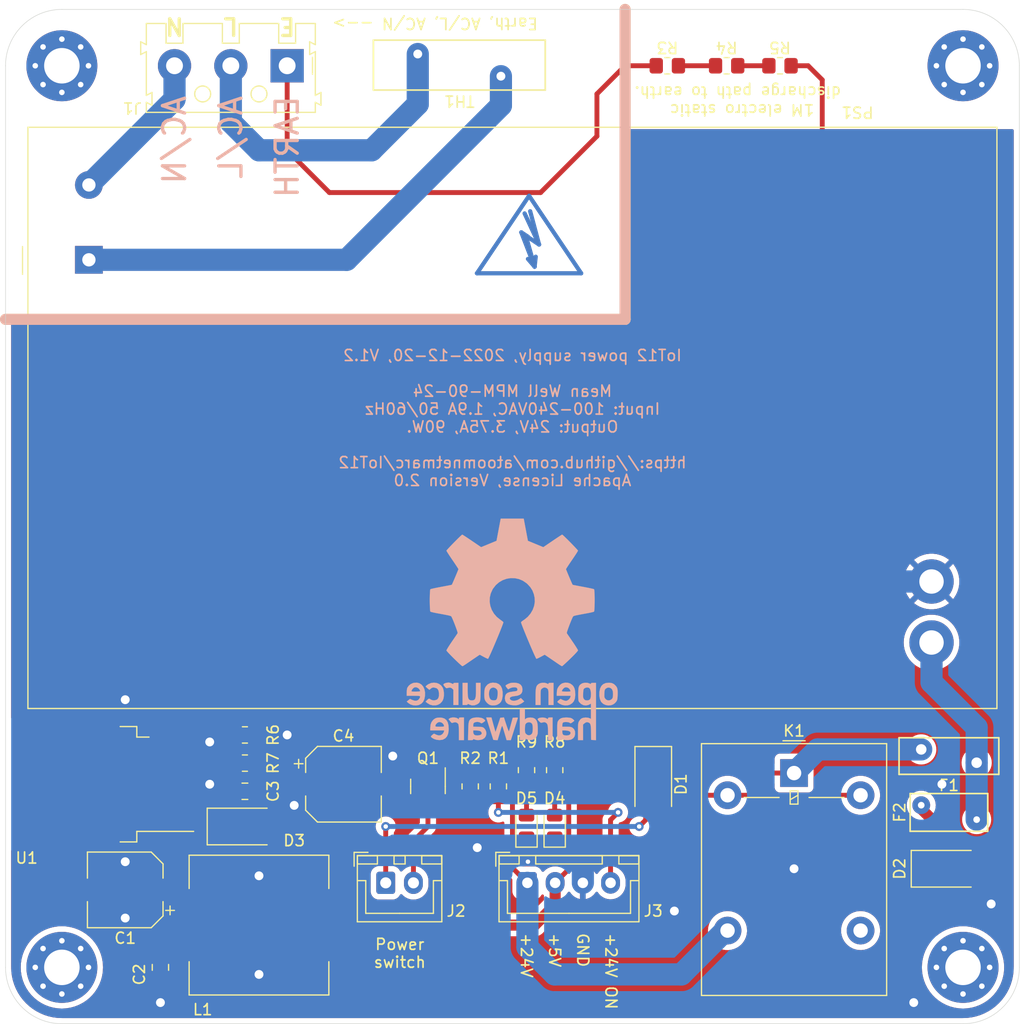
<source format=kicad_pcb>
(kicad_pcb (version 20211014) (generator pcbnew)
  (title_block (title "IoT Power Supply") (date "2022-12-20") (rev "V1.2") (company "https://github.com/atoomnetmarc/IoT12"))
  (layers (0 "F.Cu" signal) (31 "B.Cu" signal) (34 "B.Paste" user) (35 "F.Paste" user) (36 "B.SilkS" user "B.Silkscreen") (37 "F.SilkS" user "F.Silkscreen") (38 "B.Mask" user) (39 "F.Mask" user) (44 "Edge.Cuts" user))
  (net 0 "")
  (net 1 "Earth")
  (net 2 "/N")
  (net 3 "/L")
  (net 4 "GND")
  (net 5 "Net-(C1-Pad1)")
  (net 10 "Net-(PS1-Pad1)")
  (net 11 "Net-(D5-Pad2)")
  (net 12 "+5V")
  (net 13 "Net-(D1-Pad1)")
  (net 14 "/SW_A")
  (net 15 "/SW_B")
  (net 16 "+24V")
  (net 18 "Net-(Q1-Pad1)")
  (net 19 "24V_SWITCHED")
  (net 20 "Net-(D2-Pad2)")
  (net 21 "Net-(D3-Pad1)")
  (net 22 "Net-(D4-Pad2)")
  (net 23 "Net-(R3-Pad2)")
  (net 24 "Net-(R4-Pad2)")
  (net 25 "Net-(R6-Pad2)")
  (net 26 "24V_ON")
  (footprint "TerminalBlock-extra:TerminalBlock_Weidmueller-PM-5.08-03-90-3.5SN-BK-BX" (layer "F.Cu") (at 132.08 58.42 180)
    (fp_text reference "J1" (at 13.97 -3.81 180 unlocked) (layer "F.SilkS"))
    (fp_text value "Screw_Terminal_01x03")
    (pad "1" thru_hole rect locked (at 0 0 180) (size 3 3) (drill 1.52) (layers *.Cu *.Mask) (net 1 "Earth"))
    (pad "2" thru_hole circle locked (at 5.08 0 180) (size 3 3) (drill 1.52) (layers *.Cu *.Mask) (net 3 "/L"))
    (pad "3" thru_hole circle locked (at 10.16 0 180) (size 3 3) (drill 1.52) (layers *.Cu *.Mask) (net 2 "/N"))
  )
  (footprint "Connector_JST:JST_XH_B4B-XH-A_1x04_P2.50mm_Vertical" (layer "F.Cu") (at 153.75 132.08)
    (fp_text reference "J3" (at 11.35 2.54) (layer "F.SilkS"))
    (fp_text value "JST B4B-XH-A")
    (pad "1" thru_hole roundrect (at 0 0) (size 1.7 1.95) (drill 0.95) (layers *.Cu *.Mask) (roundrect_rratio 0.1470588235) (net 19 "24V_SWITCHED"))
    (pad "2" thru_hole oval (at 2.5 0) (size 1.7 1.95) (drill 0.95) (layers *.Cu *.Mask) (net 12 "+5V"))
    (pad "3" thru_hole oval (at 5 0) (size 1.7 1.95) (drill 0.95) (layers *.Cu *.Mask) (net 4 "GND"))
    (pad "4" thru_hole oval (at 7.5 0) (size 1.7 1.95) (drill 0.95) (layers *.Cu *.Mask) (net 26 "24V_ON"))
  )
  (footprint "MountingHole:MountingHole_3.2mm_M3_Pad_Via" (layer "F.Cu") (at 193.04 58.42)
    (fp_text reference "H1" hide)
    (fp_text value "MountingHole")
    (pad "1" thru_hole circle locked (at -1.697056 -1.697056) (size 0.8 0.8) (drill 0.5) (layers *.Cu *.Mask))
    (pad "1" thru_hole circle locked (at 1.697056 1.697056) (size 0.8 0.8) (drill 0.5) (layers *.Cu *.Mask))
    (pad "1" thru_hole circle locked (at 0 2.4) (size 0.8 0.8) (drill 0.5) (layers *.Cu *.Mask))
    (pad "1" thru_hole circle locked (at 1.697056 -1.697056) (size 0.8 0.8) (drill 0.5) (layers *.Cu *.Mask))
    (pad "1" thru_hole circle locked (at 0 0) (size 6.4 6.4) (drill 3.2) (layers *.Cu *.Mask))
    (pad "1" thru_hole circle locked (at -2.4 0) (size 0.8 0.8) (drill 0.5) (layers *.Cu *.Mask))
    (pad "1" thru_hole circle locked (at 0 -2.4) (size 0.8 0.8) (drill 0.5) (layers *.Cu *.Mask))
    (pad "1" thru_hole circle locked (at -1.697056 1.697056) (size 0.8 0.8) (drill 0.5) (layers *.Cu *.Mask))
    (pad "1" thru_hole circle locked (at 2.4 0) (size 0.8 0.8) (drill 0.5) (layers *.Cu *.Mask))
  )
  (footprint "MountingHole:MountingHole_3.2mm_M3_Pad_Via" (layer "F.Cu") (at 193.04 139.7)
    (fp_text reference "H2" hide)
    (fp_text value "MountingHole")
    (pad "1" thru_hole circle locked (at 2.4 0) (size 0.8 0.8) (drill 0.5) (layers *.Cu *.Mask))
    (pad "1" thru_hole circle locked (at 0 2.4) (size 0.8 0.8) (drill 0.5) (layers *.Cu *.Mask))
    (pad "1" thru_hole circle locked (at 1.697056 1.697056) (size 0.8 0.8) (drill 0.5) (layers *.Cu *.Mask))
    (pad "1" thru_hole circle locked (at 0 0) (size 6.4 6.4) (drill 3.2) (layers *.Cu *.Mask))
    (pad "1" thru_hole circle locked (at -2.4 0) (size 0.8 0.8) (drill 0.5) (layers *.Cu *.Mask))
    (pad "1" thru_hole circle locked (at -1.697056 -1.697056) (size 0.8 0.8) (drill 0.5) (layers *.Cu *.Mask))
    (pad "1" thru_hole circle locked (at 0 -2.4) (size 0.8 0.8) (drill 0.5) (layers *.Cu *.Mask))
    (pad "1" thru_hole circle locked (at 1.697056 -1.697056) (size 0.8 0.8) (drill 0.5) (layers *.Cu *.Mask))
    (pad "1" thru_hole circle locked (at -1.697056 1.697056) (size 0.8 0.8) (drill 0.5) (layers *.Cu *.Mask))
  )
  (footprint "MountingHole:MountingHole_3.2mm_M3_Pad_Via" (layer "F.Cu") (at 111.76 58.42)
    (fp_text reference "H3" hide)
    (fp_text value "MountingHole")
    (pad "1" thru_hole circle locked (at 0 2.4) (size 0.8 0.8) (drill 0.5) (layers *.Cu *.Mask))
    (pad "1" thru_hole circle locked (at 0 -2.4) (size 0.8 0.8) (drill 0.5) (layers *.Cu *.Mask))
    (pad "1" thru_hole circle locked (at 1.697056 -1.697056) (size 0.8 0.8) (drill 0.5) (layers *.Cu *.Mask))
    (pad "1" thru_hole circle locked (at -1.697056 1.697056) (size 0.8 0.8) (drill 0.5) (layers *.Cu *.Mask))
    (pad "1" thru_hole circle locked (at 1.697056 1.697056) (size 0.8 0.8) (drill 0.5) (layers *.Cu *.Mask))
    (pad "1" thru_hole circle locked (at -1.697056 -1.697056) (size 0.8 0.8) (drill 0.5) (layers *.Cu *.Mask))
    (pad "1" thru_hole circle locked (at -2.4 0) (size 0.8 0.8) (drill 0.5) (layers *.Cu *.Mask))
    (pad "1" thru_hole circle locked (at 2.4 0) (size 0.8 0.8) (drill 0.5) (layers *.Cu *.Mask))
    (pad "1" thru_hole circle locked (at 0 0) (size 6.4 6.4) (drill 3.2) (layers *.Cu *.Mask))
  )
  (footprint "MountingHole:MountingHole_3.2mm_M3_Pad_Via" (layer "F.Cu") (at 111.76 139.7)
    (fp_text reference "H4" hide)
    (fp_text value "MountingHole")
    (pad "1" thru_hole circle locked (at 0 -2.4) (size 0.8 0.8) (drill 0.5) (layers *.Cu *.Mask))
    (pad "1" thru_hole circle locked (at 1.697056 -1.697056) (size 0.8 0.8) (drill 0.5) (layers *.Cu *.Mask))
    (pad "1" thru_hole circle locked (at 1.697056 1.697056) (size 0.8 0.8) (drill 0.5) (layers *.Cu *.Mask))
    (pad "1" thru_hole circle locked (at -2.4 0) (size 0.8 0.8) (drill 0.5) (layers *.Cu *.Mask))
    (pad "1" thru_hole circle locked (at 0 0) (size 6.4 6.4) (drill 3.2) (layers *.Cu *.Mask))
    (pad "1" thru_hole circle locked (at -1.697056 -1.697056) (size 0.8 0.8) (drill 0.5) (layers *.Cu *.Mask))
    (pad "1" thru_hole circle locked (at -1.697056 1.697056) (size 0.8 0.8) (drill 0.5) (layers *.Cu *.Mask))
    (pad "1" thru_hole circle locked (at 0 2.4) (size 0.8 0.8) (drill 0.5) (layers *.Cu *.Mask))
    (pad "1" thru_hole circle locked (at 2.4 0) (size 0.8 0.8) (drill 0.5) (layers *.Cu *.Mask))
  )
  (footprint "Converter-ACDC-extra:Converter_ACDC_MeanWell_MPM-90-xx_THT" (layer "F.Cu") (at 152.4 90.17)
    (fp_text reference "PS1" (at 31.115 -27.559 180 unlocked) (layer "F.SilkS"))
    (fp_text value "MPM-90-24")
    (pad "1" thru_hole rect locked (at -38.2016 -14.2558) (size 2.5 2.5) (drill 1.2) (layers *.Cu *.Mask) (net 10 "Net-(PS1-Pad1)"))
    (pad "2" thru_hole circle locked (at -38.2016 -21.0058) (size 2.5 2.5) (drill 1.2) (layers *.Cu *.Mask) (net 2 "/N"))
    (pad "3" thru_hole circle locked (at 37.7984 20.2442) (size 4 4) (drill 2.2) (layers *.Cu *.Mask) (net 16 "+24V"))
    (pad "4" thru_hole circle locked (at 37.7984 14.7442) (size 4 4) (drill 2.2) (layers *.Cu *.Mask) (net 4 "GND"))
  )
  (footprint "Relay_THT-fixed:Relay_SPDT_Omron-G5LE-1" (layer "F.Cu") (at 177.8 122.1825)
    (fp_text reference "K1" (at 0 -3.8) (layer "F.SilkS"))
    (fp_text value "Omron G5LE-1 24VDC")
    (pad "1" thru_hole rect (at 0 0) (size 2.5 2.5) (drill 1.3) (layers *.Cu *.Mask) (net 13 "Net-(D1-Pad1)"))
    (pad "2" thru_hole oval (at -6 2) (size 2.5 2.5) (drill 1.3) (layers *.Cu *.Mask) (net 13 "Net-(D1-Pad1)"))
    (pad "3" thru_hole oval (at -6 14.2) (size 2.5 2.5) (drill 1.3) (layers *.Cu *.Mask) (net 19 "24V_SWITCHED"))
    (pad "4" thru_hole oval (at 6 14.2) (size 2.5 2.5) (drill 1.3) (layers *.Cu *.Mask))
    (pad "5" thru_hole oval (at 6 2) (size 2.5 2.5) (drill 1.3) (layers *.Cu *.Mask) (net 14 "/SW_A"))
  )
  (footprint "Resistor_SMD:R_0805_2012Metric_Pad1.20x1.40mm_HandSolder" (layer "F.Cu") (at 166.37 58.42)
    (fp_text reference "R3" (at 0 -1.65 180 unlocked) (layer "F.SilkS"))
    (fp_text value "330k")
    (pad "1" smd roundrect (at -1 0) (size 1.2 1.4) (layers "F.Cu" "F.Paste" "F.Mask") (roundrect_rratio 0.2083333333) (net 1 "Earth"))
    (pad "2" smd roundrect (at 1 0) (size 1.2 1.4) (layers "F.Cu" "F.Paste" "F.Mask") (roundrect_rratio 0.2083333333) (net 23 "Net-(R3-Pad2)"))
  )
  (footprint "Diode_SMD:D_SMA" (layer "F.Cu") (at 191.77 130.81)
    (fp_text reference "D2" (at -4.445 0 90) (layer "F.SilkS"))
    (fp_text value "SS34")
    (pad "1" smd rect (at -2 0) (size 2.5 1.8) (layers "F.Cu" "F.Paste" "F.Mask") (net 5 "Net-(C1-Pad1)"))
    (pad "2" smd rect (at 2 0) (size 2.5 1.8) (layers "F.Cu" "F.Paste" "F.Mask") (net 20 "Net-(D2-Pad2)"))
  )
  (footprint "Resistor_SMD:R_0805_2012Metric_Pad1.20x1.40mm_HandSolder" (layer "F.Cu") (at 171.72 58.42)
    (fp_text reference "R4" (at 0 -1.65 180 unlocked) (layer "F.SilkS"))
    (fp_text value "330k")
    (pad "1" smd roundrect (at -1 0) (size 1.2 1.4) (layers "F.Cu" "F.Paste" "F.Mask") (roundrect_rratio 0.2083333333) (net 23 "Net-(R3-Pad2)"))
    (pad "2" smd roundrect (at 1 0) (size 1.2 1.4) (layers "F.Cu" "F.Paste" "F.Mask") (roundrect_rratio 0.2083333333) (net 24 "Net-(R4-Pad2)"))
  )
  (footprint "Resistor_SMD:R_0805_2012Metric_Pad1.20x1.40mm_HandSolder" (layer "F.Cu") (at 128.27 118.745 180)
    (fp_text reference "R6" (at -2.54 0 90) (layer "F.SilkS"))
    (fp_text value "1k")
    (pad "1" smd roundrect (at -1 0 180) (size 1.2 1.4) (layers "F.Cu" "F.Paste" "F.Mask") (roundrect_rratio 0.2083333333) (net 4 "GND"))
    (pad "2" smd roundrect (at 1 0 180) (size 1.2 1.4) (layers "F.Cu" "F.Paste" "F.Mask") (roundrect_rratio 0.2083333333) (net 25 "Net-(R6-Pad2)"))
  )
  (footprint "Capacitor_SMD:C_0805_2012Metric_Pad1.18x1.45mm_HandSolder" (layer "F.Cu") (at 128.27 123.825 180)
    (fp_text reference "C3" (at -2.54 0 90) (layer "F.SilkS"))
    (fp_text value "100nF")
    (pad "1" smd roundrect (at -1.0375 0 180) (size 1.175 1.45) (layers "F.Cu" "F.Paste" "F.Mask") (roundrect_rratio 0.2127659574) (net 12 "+5V"))
    (pad "2" smd roundrect (at 1.0375 0 180) (size 1.175 1.45) (layers "F.Cu" "F.Paste" "F.Mask") (roundrect_rratio 0.2127659574) (net 4 "GND"))
  )
  (footprint "Diode_SMD:D_SMA" (layer "F.Cu") (at 128.27 127)
    (fp_text reference "D3" (at 4.445 1.27) (layer "F.SilkS"))
    (fp_text value "SS34")
    (pad "1" smd rect (at -2 0) (size 2.5 1.8) (layers "F.Cu" "F.Paste" "F.Mask") (net 21 "Net-(D3-Pad1)"))
    (pad "2" smd rect (at 2 0) (size 2.5 1.8) (layers "F.Cu" "F.Paste" "F.Mask") (net 4 "GND"))
  )
  (footprint "Resistor_SMD:R_0805_2012Metric_Pad1.20x1.40mm_HandSolder" (layer "F.Cu") (at 128.27 121.285 180)
    (fp_text reference "R7" (at -2.54 0 90) (layer "F.SilkS"))
    (fp_text value "3k3")
    (pad "1" smd roundrect (at -1 0 180) (size 1.2 1.4) (layers "F.Cu" "F.Paste" "F.Mask") (roundrect_rratio 0.2083333333) (net 12 "+5V"))
    (pad "2" smd roundrect (at 1 0 180) (size 1.2 1.4) (layers "F.Cu" "F.Paste" "F.Mask") (roundrect_rratio 0.2083333333) (net 25 "Net-(R6-Pad2)"))
  )
  (footprint "Capacitor_SMD:CP_Elec_6.3x7.7" (layer "F.Cu") (at 137.16 123.19)
    (fp_text reference "C4" (at 0 -4.35) (layer "F.SilkS"))
    (fp_text value "100uF/35V")
    (pad "1" smd roundrect (at -2.7 0) (size 3.5 1.6) (layers "F.Cu" "F.Paste" "F.Mask") (roundrect_rratio 0.15625) (net 12 "+5V"))
    (pad "2" smd roundrect (at 2.7 0) (size 3.5 1.6) (layers "F.Cu" "F.Paste" "F.Mask") (roundrect_rratio 0.15625) (net 4 "GND"))
  )
  (footprint "Diode_SMD:D_SMA" (layer "F.Cu") (at 165.1 123.19 -90)
    (fp_text reference "D1" (at 0 -2.5 90) (layer "F.SilkS"))
    (fp_text value "SS14")
    (pad "1" smd rect (at -2 0 270) (size 2.5 1.8) (layers "F.Cu" "F.Paste" "F.Mask") (net 13 "Net-(D1-Pad1)"))
    (pad "2" smd rect (at 2 0 270) (size 2.5 1.8) (layers "F.Cu" "F.Paste" "F.Mask") (net 14 "/SW_A"))
  )
  (footprint "Inductor-fixed:L_12x12mm_H8mm" (layer "F.Cu") (at 129.54 135.89)
    (fp_text reference "L1" (at -5.08 7.62) (layer "F.SilkS"))
    (fp_text value "68uH")
    (pad "1" smd rect locked (at -4.95 0) (size 2.9 5.4) (layers "F.Cu" "F.Paste" "F.Mask") (net 21 "Net-(D3-Pad1)"))
    (pad "2" smd rect locked (at 4.95 0) (size 2.9 5.4) (layers "F.Cu" "F.Paste" "F.Mask") (net 12 "+5V"))
  )
  (footprint "Connector_JST:JST_XH_B2B-XH-A_1x02_P2.50mm_Vertical" (layer "F.Cu") (at 140.97 132.08)
    (fp_text reference "J2" (at 6.35 2.54) (layer "F.SilkS"))
    (fp_text value "JST B2B-XH-A")
    (pad "1" thru_hole roundrect (at 0 0) (size 1.7 2) (drill 1) (layers *.Cu *.Mask) (roundrect_rratio 0.1470588235) (net 14 "/SW_A"))
    (pad "2" thru_hole oval (at 2.5 0) (size 1.7 2) (drill 1) (layers *.Cu *.Mask) (net 15 "/SW_B"))
  )
  (footprint "Resistor_SMD:R_0805_2012Metric_Pad1.20x1.40mm_HandSolder" (layer "F.Cu") (at 148.59 123.385 -90)
    (fp_text reference "R2" (at -2.54 0 180) (layer "F.SilkS"))
    (fp_text value "1k")
    (pad "1" smd roundrect (at -1 0 270) (size 1.2 1.4) (layers "F.Cu" "F.Paste" "F.Mask") (roundrect_rratio 0.2083333333) (net 18 "Net-(Q1-Pad1)"))
    (pad "2" smd roundrect (at 1 0 270) (size 1.2 1.4) (layers "F.Cu" "F.Paste" "F.Mask") (roundrect_rratio 0.2083333333) (net 26 "24V_ON"))
  )
  (footprint "Package_TO_SOT_SMD:TO-263-5_TabPin3" (layer "F.Cu") (at 115.57 123.19 180)
    (fp_text reference "U1" (at 6.985 -6.65) (layer "F.SilkS"))
    (fp_text value "LM2596S-ADJ")
    (pad "1" smd rect (at -5.775 -3.4 180) (size 4.6 1.1) (layers "F.Cu" "F.Paste" "F.Mask") (net 5 "Net-(C1-Pad1)"))
    (pad "2" smd rect (at -5.775 -1.7 180) (size 4.6 1.1) (layers "F.Cu" "F.Paste" "F.Mask") (net 21 "Net-(D3-Pad1)"))
    (pad "3" smd rect (at -5.775 0 180) (size 4.6 1.1) (layers "F.Cu" "F.Paste" "F.Mask") (net 4 "GND"))
    (pad "3" smd rect (at 3.375 0 180) (size 9.4 10.8) (layers "F.Cu" "F.Mask") (net 4 "GND"))
    (pad "4" smd rect (at -5.775 1.7 180) (size 4.6 1.1) (layers "F.Cu" "F.Paste" "F.Mask") (net 25 "Net-(R6-Pad2)"))
    (pad "5" smd rect (at -5.775 3.4 180) (size 4.6 1.1) (layers "F.Cu" "F.Paste" "F.Mask") (net 4 "GND"))
  )
  (footprint "LED_SMD:LED_0805_2012Metric_Pad1.15x1.40mm_HandSolder" (layer "F.Cu") (at 156.21 127 90)
    (fp_text reference "D4" (at 2.54 0 180) (layer "F.SilkS"))
    (fp_text value "Blue")
    (pad "1" smd roundrect (at -1.025 0 90) (size 1.15 1.4) (layers "F.Cu" "F.Paste" "F.Mask") (roundrect_rratio 0.2173913043) (net 4 "GND"))
    (pad "2" smd roundrect (at 1.025 0 90) (size 1.15 1.4) (layers "F.Cu" "F.Paste" "F.Mask") (roundrect_rratio 0.2173913043) (net 22 "Net-(D4-Pad2)"))
  )
  (footprint "Resistor_SMD:R_0805_2012Metric_Pad1.20x1.40mm_HandSolder" (layer "F.Cu") (at 176.53 58.42)
    (fp_text reference "R5" (at 0 -1.65 180 unlocked) (layer "F.SilkS"))
    (fp_text value "330k")
    (pad "1" smd roundrect (at -1 0) (size 1.2 1.4) (layers "F.Cu" "F.Paste" "F.Mask") (roundrect_rratio 0.2083333333) (net 24 "Net-(R4-Pad2)"))
    (pad "2" smd roundrect (at 1 0) (size 1.2 1.4) (layers "F.Cu" "F.Paste" "F.Mask") (roundrect_rratio 0.2083333333) (net 4 "GND"))
  )
  (footprint "Varistor:RV_Disc_D15.5mm_W4.5mm_P7.5mm" (layer "F.Cu") (at 143.86 57.36)
    (fp_text reference "TH1" (at 3.75 4.25 180 unlocked) (layer "F.SilkS"))
    (fp_text value "10D-15")
    (pad "1" thru_hole circle (at 0 0) (size 1.8 1.8) (drill 0.8) (layers *.Cu *.Mask) (net 3 "/L"))
    (pad "2" thru_hole circle (at 7.5 2) (size 1.8 1.8) (drill 0.8) (layers *.Cu *.Mask) (net 10 "Net-(PS1-Pad1)"))
  )
  (footprint "LED_SMD:LED_0805_2012Metric_Pad1.15x1.40mm_HandSolder" (layer "F.Cu") (at 153.67 127 90)
    (fp_text reference "D5" (at 2.54 0 180) (layer "F.SilkS"))
    (fp_text value "Blue")
    (pad "1" smd roundrect (at -1.025 0 90) (size 1.15 1.4) (layers "F.Cu" "F.Paste" "F.Mask") (roundrect_rratio 0.2173913043) (net 4 "GND"))
    (pad "2" smd roundrect (at 1.025 0 90) (size 1.15 1.4) (layers "F.Cu" "F.Paste" "F.Mask") (roundrect_rratio 0.2173913043) (net 11 "Net-(D5-Pad2)"))
  )
  (footprint "Varistor-extra:RV_Disc_D9mm_W3.3mm_P5mm" (layer "F.Cu") (at 189.27 120.05)
    (fp_text reference "F1" (at 2.5 3.25) (layer "F.SilkS"))
    (fp_text value "PTC 1.5A/30V")
    (pad "1" thru_hole circle (at 0 0) (size 1.7 1.7) (drill 0.95) (layers *.Cu *.Mask) (net 13 "Net-(D1-Pad1)"))
    (pad "2" thru_hole circle (at 5 1.2) (size 1.7 1.7) (drill 0.95) (layers *.Cu *.Mask) (net 16 "+24V"))
  )
  (footprint "Varistor:RV_Disc_D7mm_W3.4mm_P5mm" (layer "F.Cu") (at 189.27 125.08)
    (fp_text reference "F2" (at -1.945 0.65 90) (layer "F.SilkS"))
    (fp_text value "PTC 0.5A/30V")
    (pad "1" thru_hole circle (at 0 0) (size 1.6 1.6) (drill 0.6) (layers *.Cu *.Mask) (net 20 "Net-(D2-Pad2)"))
    (pad "2" thru_hole circle (at 5 1.3) (size 1.6 1.6) (drill 0.6) (layers *.Cu *.Mask) (net 16 "+24V"))
  )
  (footprint "Resistor_SMD:R_0805_2012Metric_Pad1.20x1.40mm_HandSolder" (layer "F.Cu") (at 153.67 121.92 -90)
    (fp_text reference "R9" (at -2.54 0 180) (layer "F.SilkS"))
    (fp_text value "22k")
    (pad "1" smd roundrect (at -1 0 270) (size 1.2 1.4) (layers "F.Cu" "F.Paste" "F.Mask") (roundrect_rratio 0.2083333333) (net 19 "24V_SWITCHED"))
    (pad "2" smd roundrect (at 1 0 270) (size 1.2 1.4) (layers "F.Cu" "F.Paste" "F.Mask") (roundrect_rratio 0.2083333333) (net 11 "Net-(D5-Pad2)"))
  )
  (footprint "Resistor_SMD:R_0805_2012Metric_Pad1.20x1.40mm_HandSolder" (layer "F.Cu") (at 151.13 123.385 90)
    (fp_text reference "R1" (at 2.54 0 180) (layer "F.SilkS"))
    (fp_text value "330k")
    (pad "1" smd roundrect (at -1 0 90) (size 1.2 1.4) (layers "F.Cu" "F.Paste" "F.Mask") (roundrect_rratio 0.2083333333) (net 26 "24V_ON"))
    (pad "2" smd roundrect (at 1 0 90) (size 1.2 1.4) (layers "F.Cu" "F.Paste" "F.Mask") (roundrect_rratio 0.2083333333) (net 4 "GND"))
  )
  (footprint "Resistor_SMD:R_0805_2012Metric_Pad1.20x1.40mm_HandSolder" (layer "F.Cu") (at 156.21 121.92 -90)
    (fp_text reference "R8" (at -2.54 0 180) (layer "F.SilkS"))
    (fp_text value "2k2")
    (pad "1" smd roundrect (at -1 0 270) (size 1.2 1.4) (layers "F.Cu" "F.Paste" "F.Mask") (roundrect_rratio 0.2083333333) (net 12 "+5V"))
    (pad "2" smd roundrect (at 1 0 270) (size 1.2 1.4) (layers "F.Cu" "F.Paste" "F.Mask") (roundrect_rratio 0.2083333333) (net 22 "Net-(D4-Pad2)"))
  )
  (footprint "Capacitor_SMD:CP_Elec_6.3x7.7" (layer "F.Cu") (at 117.475 132.715 180)
    (fp_text reference "C1" (at 0 -4.35) (layer "F.SilkS"))
    (fp_text value "100uF/35V")
    (pad "1" smd roundrect (at -2.7 0 180) (size 3.5 1.6) (layers "F.Cu" "F.Paste" "F.Mask") (roundrect_rratio 0.15625) (net 5 "Net-(C1-Pad1)"))
    (pad "2" smd roundrect (at 2.7 0 180) (size 3.5 1.6) (layers "F.Cu" "F.Paste" "F.Mask") (roundrect_rratio 0.15625) (net 4 "GND"))
  )
  (footprint "Package_TO_SOT_SMD:SOT-23" (layer "F.Cu") (at 144.78 123.385 -90)
    (fp_text reference "Q1" (at -2.54 0 180) (layer "F.SilkS"))
    (fp_text value "MMBT2222")
    (pad "1" smd roundrect (at -0.9375 -0.95 270) (size 1.475 0.6) (layers "F.Cu" "F.Paste" "F.Mask") (net 18 "Net-(Q1-Pad1)"))
    (pad "2" smd roundrect (at -0.9375 0.95 270) (size 1.475 0.6) (layers "F.Cu" "F.Paste" "F.Mask") (net 4 "GND"))
    (pad "3" smd roundrect (at 0.9375 0 270) (size 1.475 0.6) (layers "F.Cu" "F.Paste" "F.Mask") (net 15 "/SW_B"))
  )
  (footprint "Capacitor_SMD:C_0805_2012Metric_Pad1.18x1.45mm_HandSolder" (layer "F.Cu") (at 120.65 139.7 -90)
    (fp_text reference "C2" (at 0.635 1.905 90) (layer "F.SilkS"))
    (fp_text value "100nF")
    (pad "1" smd roundrect (at -1.0375 0 270) (size 1.175 1.45) (layers "F.Cu" "F.Paste" "F.Mask") (roundrect_rratio 0.2127659574) (net 5 "Net-(C1-Pad1)"))
    (pad "2" smd roundrect (at 1.0375 0 270) (size 1.175 1.45) (layers "F.Cu" "F.Paste" "F.Mask") (roundrect_rratio 0.2127659574) (net 4 "GND"))
  )
  (footprint "Symbol:OSHW-Logo_19x20mm_SilkScreen" (layer "B.Cu") (at 152.4 109.22 180)
    (fp_text reference "REF**" hide)
    (fp_text value "OSHW-Logo_19x20mm_SilkScreen" hide)
  )
  (footprint "Symbol:Symbol_HighVoltage_Type2_CopperTop_VerySmall" (layer "B.Cu") (at 153.89987 74.3331 180)
    (fp_text reference "REF**" hide)
    (fp_text value "Symbol_HighVoltage_Type2_CopperTop_VerySmall")
    (fp_line (start 0 4.191) (end 4.699 -2.794) (layer "B.Cu") (width 0.381))
    (fp_line (start -0.49784 -2.19964) (end -0.59944 -1.30048) (layer "B.Cu") (width 0.381))
    (fp_line (start -0.89916 -0.20066) (end 0.29972 0.59944) (layer "B.Cu") (width 0.381))
    (fp_line (start 4.699 -2.794) (end -4.699 -2.794) (layer "B.Cu") (width 0.381))
    (fp_line (start -4.699 -2.794) (end 0 4.191) (layer "B.Cu") (width 0.381))
    (fp_line (start -0.09906 2.79908) (end -0.89916 -0.20066) (layer "B.Cu") (width 0.381))
    (fp_line (start -0.49784 -2.19964) (end 0.1016 -1.50114) (layer "B.Cu") (width 0.381))
    (fp_line (start 0.70104 0.89916) (end 0.1016 0.50038) (layer "B.Cu") (width 0.381))
    (fp_line (start -0.89916 -0.20066) (end 0.40132 2.60096) (layer "B.Cu") (width 0.381))
    (fp_line (start 0.29972 0.59944) (end -0.49784 -2.19964) (layer "B.Cu") (width 0.381))
    (fp_line (start -0.49784 -2.19964) (end 0.70104 0.89916) (layer "B.Cu") (width 0.381))
  )
  (gr_line (start 162.56 53.34) (end 162.56 81.28) (layer "B.SilkS") (width 1))
  (gr_line (start 106.68 81.28) (end 162.56 81.28) (layer "B.SilkS") (width 1))
  (gr_line (start 106.68 81.28) (end 162.56 81.28) (layer "F.SilkS") (width 1))
  (gr_line (start 162.56 81.28) (end 162.56 53.34) (layer "F.SilkS") (width 1))
  (gr_line (start 106.68 139.7) (end 106.68 58.42) (layer "Edge.Cuts") (width 0.05))
  (gr_arc (start 111.76 144.78) (mid 108.167898 143.292102) (end 106.68 139.7) (layer "Edge.Cuts") (width 0.05))
  (gr_arc (start 106.68 58.42) (mid 108.167898 54.827898) (end 111.76 53.34) (layer "Edge.Cuts") (width 0.05))
  (gr_arc (start 198.12 139.7) (mid 196.632102 143.292102) (end 193.04 144.78) (layer "Edge.Cuts") (width 0.05))
  (gr_line (start 198.12 58.42) (end 198.12 139.7) (layer "Edge.Cuts") (width 0.05))
  (gr_arc (start 193.04 53.34) (mid 196.632102 54.827898) (end 198.12 58.42) (layer "Edge.Cuts") (width 0.05))
  (gr_line (start 111.76 53.34) (end 193.04 53.34) (layer "Edge.Cuts") (width 0.05))
  (gr_line (start 193.04 144.78) (end 111.76 144.78) (layer "Edge.Cuts") (width 0.05))
  (gr_text "EARTH" (at 132.08 60.96 90) (layer "B.SilkS") (effects (font (size 2 2) (thickness 0.3)) (justify left mirror)))
  (gr_text "AC/N" (at 121.92 60.96 90) (layer "B.SilkS") (effects (font (size 2 2) (thickness 0.3)) (justify left mirror)))
  (gr_text "AC/L" (at 127 60.96 90) (layer "B.SilkS") (effects (font (size 2 2) (thickness 0.3)) (justify left mirror)))
  (gr_text "IoT12 power supply, 2022-12-20, V1.2\n\nMean Well MPM-90-24\nInput: 100-240VAC, 1.9A 50/60Hz\nOutput: 24V, 3.75A, 90W.\n\nhttps://github.com/atoomnetmarc/IoT12\nApache License, Version 2.0" (at 152.4 90.17) (layer "B.SilkS") (effects (font (size 1 1)) (justify mirror)))
  (gr_text "N" (at 121.92 54.864 180) (layer "F.SilkS") (effects (font (size 1.5 1.5) (thickness 0.3))))
  (gr_text "Power\nswitch" (at 142.24 138.43) (layer "F.SilkS") (effects (font (size 1 1))))
  (gr_text "Earth, AC/L, AC/N -->" (at 145.415 54.61 180) (layer "F.SilkS") (effects (font (size 1 1))))
  (gr_text "+5V" (at 156.21 136.525 270) (layer "F.SilkS") (effects (font (size 1 1)) (justify left)))
  (gr_text "+24V" (at 153.67 136.525 270) (layer "F.SilkS") (effects (font (size 1 1)) (justify left)))
  (gr_text "E" (at 132.08 54.864 180) (layer "F.SilkS") (effects (font (size 1.5 1.5) (thickness 0.3))))
  (gr_text "GND" (at 158.75 136.525 270) (layer "F.SilkS") (effects (font (size 1 1)) (justify left)))
  (gr_text "L" (at 127 54.864 180) (layer "F.SilkS") (effects (font (size 1.5 1.5) (thickness 0.3))))
  (gr_text "+24V ON" (at 161.29 136.525 270) (layer "F.SilkS") (effects (font (size 1 1)) (justify left)))
  (gr_text "1M electro static \ndischarge path to earth." (at 172.72 61.595 180) (layer "F.SilkS") (effects (font (size 1 1))))
  (segment (start 132.08 66.04) (end 135.89 69.85) (width 0.44) (layer "F.Cu") (net 1))
  (segment (start 135.89 69.85) (end 154.94 69.85) (width 0.44) (layer "F.Cu") (net 1))
  (segment (start 154.94 69.85) (end 160.02 64.77) (width 0.44) (layer "F.Cu") (net 1))
  (segment (start 162.56 58.42) (end 165.1 58.42) (width 0.44) (layer "F.Cu") (net 1))
  (segment (start 160.02 60.96) (end 162.56 58.42) (width 0.44) (layer "F.Cu") (net 1))
  (segment (start 160.02 64.77) (end 160.02 60.96) (width 0.44) (layer "F.Cu") (net 1))
  (segment (start 132.08 58.42) (end 132.08 66.04) (width 0.44) (layer "F.Cu") (net 1))
  (segment (start 121.92 61.4426) (end 114.1984 69.1642) (width 2) (layer "B.Cu") (net 2))
  (segment (start 121.92 58.42) (end 121.92 61.4426) (width 2) (layer "B.Cu") (net 2))
  (segment (start 143.86 61.88) (end 143.86 57.36) (width 2) (layer "B.Cu") (net 3))
  (segment (start 139.7 66.04) (end 143.86 61.88) (width 2) (layer "B.Cu") (net 3))
  (segment (start 127 58.42) (end 127 63.5) (width 2) (layer "B.Cu") (net 3))
  (segment (start 127 63.5) (end 129.54 66.04) (width 2) (layer "B.Cu") (net 3))
  (segment (start 129.54 66.04) (end 139.7 66.04) (width 2) (layer "B.Cu") (net 3))
  (segment (start 180.34 101.6) (end 183.6542 104.9142) (width 0.44) (layer "F.Cu") (net 4))
  (segment (start 177.53 58.42) (end 179.07 58.42) (width 0.44) (layer "F.Cu") (net 4))
  (segment (start 179.07 58.42) (end 180.34 59.69) (width 0.44) (layer "F.Cu") (net 4))
  (segment (start 183.6542 104.9142) (end 190.1984 104.9142) (width 0.44) (layer "F.Cu") (net 4))
  (segment (start 180.34 59.69) (end 180.34 101.6) (width 0.44) (layer "F.Cu") (net 4))
  (via (at 132.08 118.745) (size 1.6) (drill 0.8) (layers "F.Cu" "B.Cu") (net 4))
  (via (at 125.095 123.19) (size 1.6) (drill 0.8) (layers "F.Cu" "B.Cu") (net 4))
  (via (at 117.475 135.255) (size 1.6) (drill 0.8) (layers "F.Cu" "B.Cu") (net 4))
  (via (at 153.797 130.175) (size 0.8) (drill 0.4) (layers "F.Cu" "B.Cu") (net 4))
  (via (at 177.8 130.81) (size 1.6) (drill 0.8) (layers "F.Cu" "B.Cu") (net 4))
  (via (at 129.54 140.335) (size 1.6) (drill 0.8) (layers "F.Cu" "B.Cu") (net 4))
  (via (at 188.595 142.875) (size 1.6) (drill 0.8) (layers "F.Cu" "B.Cu") (net 4))
  (via (at 129.54 131.445) (size 1.6) (drill 0.8) (layers "F.Cu" "B.Cu") (net 4))
  (via (at 149.225 128.905) (size 1.6) (drill 0.8) (layers "F.Cu" "B.Cu") (net 4))
  (via (at 117.475 130.175) (size 1.6) (drill 0.8) (layers "F.Cu" "B.Cu") (net 4))
  (via (at 195.58 133.985) (size 1.6) (drill 0.8) (layers "F.Cu" "B.Cu") (net 4))
  (via (at 117.475 115.57) (size 1.6) (drill 0.8) (layers "F.Cu" "B.Cu") (net 4))
  (via (at 125.095 119.38) (size 1.6) (drill 0.8) (layers "F.Cu" "B.Cu") (net 4))
  (via (at 167.005 134.62) (size 1.6) (drill 0.8) (layers "F.Cu" "B.Cu") (net 4))
  (via (at 120.65 142.875) (size 1.6) (drill 0.8) (layers "F.Cu" "B.Cu") (net 4))
  (via (at 141.605 120.65) (size 1.6) (drill 0.8) (layers "F.Cu" "B.Cu") (net 4))
  (via (at 191.135 123.19) (size 1.6) (drill 0.8) (layers "F.Cu" "B.Cu") (net 4))
  (via (at 132.715 125.095) (size 1.6) (drill 0.8) (layers "F.Cu" "B.Cu") (net 4))
  (segment (start 160.02 128.905) (end 166.37 128.905) (width 2) (layer "B.Cu") (net 4))
  (segment (start 158.75 130.175) (end 160.02 128.905) (width 2) (layer "B.Cu") (net 4))
  (segment (start 166.37 128.905) (end 168.275 127) (width 2) (layer "B.Cu") (net 4))
  (segment (start 158.75 132.08) (end 158.75 130.175) (width 2) (layer "B.Cu") (net 4))
  (segment (start 173.8508 104.9142) (end 190.1984 104.9142) (width 2) (layer "B.Cu") (net 4))
  (segment (start 168.275 127) (end 168.275 110.49) (width 2) (layer "B.Cu") (net 4))
  (segment (start 168.275 110.49) (end 173.8508 104.9142) (width 2) (layer "B.Cu") (net 4))
  (segment (start 121.345 130.115) (end 121.345 126.59) (width 1) (layer "F.Cu") (net 5))
  (segment (start 120.175 131.285) (end 121.345 130.115) (width 1) (layer "F.Cu") (net 5))
  (segment (start 120.175 132.715) (end 120.175 131.285) (width 1) (layer "F.Cu") (net 5))
  (segment (start 120.65 135.89) (end 120.65 138.6625) (width 1) (layer "F.Cu") (net 5))
  (segment (start 189.77 135.985) (end 182.88 142.875) (width 1) (layer "F.Cu") (net 5))
  (segment (start 182.88 142.875) (end 125.971752 142.875) (width 1) (layer "F.Cu") (net 5))
  (segment (start 125.971752 142.875) (end 121.759252 138.6625) (width 1) (layer "F.Cu") (net 5))
  (segment (start 121.759252 138.6625) (end 120.65 138.6625) (width 1) (layer "F.Cu") (net 5))
  (segment (start 189.77 130.81) (end 189.77 135.985) (width 1) (layer "F.Cu") (net 5))
  (segment (start 120.175 135.415) (end 120.65 135.89) (width 1) (layer "F.Cu") (net 5))
  (segment (start 120.175 132.715) (end 120.175 135.415) (width 1) (layer "F.Cu") (net 5))
  (segment (start 151.36 59.36) (end 151.36 62) (width 2) (layer "B.Cu") (net 10))
  (segment (start 151.36 62) (end 137.4458 75.9142) (width 2) (layer "B.Cu") (net 10))
  (segment (start 137.4458 75.9142) (end 114.1984 75.9142) (width 2) (layer "B.Cu") (net 10))
  (segment (start 153.67 122.92) (end 153.67 125.975) (width 0.44) (layer "F.Cu") (net 11))
  (segment (start 134.49 135.89) (end 134.49 123.22) (width 1) (layer "F.Cu") (net 12))
  (segment (start 156.21 120.92) (end 157.48 122.19) (width 0.44) (layer "F.Cu") (net 12))
  (segment (start 131.445 123.19) (end 130.81 123.825) (width 1) (layer "F.Cu") (net 12))
  (segment (start 129.27 123.7875) (end 129.3075 123.825) (width 0.44) (layer "F.Cu") (net 12))
  (segment (start 157.48 122.19) (end 157.48 130.85) (width 0.44) (layer "F.Cu") (net 12))
  (segment (start 157.48 130.85) (end 156.25 132.08) (width 0.44) (layer "F.Cu") (net 12))
  (segment (start 154.415 135.89) (end 156.25 134.055) (width 1) (layer "F.Cu") (net 12))
  (segment (start 134.49 135.89) (end 154.415 135.89) (width 1) (layer "F.Cu") (net 12))
  (segment (start 134.49 123.22) (end 134.46 123.19) (width 1) (layer "F.Cu") (net 12))
  (segment (start 130.81 123.825) (end 129.3075 123.825) (width 1) (layer "F.Cu") (net 12))
  (segment (start 134.46 123.19) (end 131.445 123.19) (width 1) (layer "F.Cu") (net 12))
  (segment (start 129.27 121.285) (end 129.27 123.7875) (width 0.44) (layer "F.Cu") (net 12))
  (segment (start 156.25 134.055) (end 156.25 132.08) (width 1) (layer "F.Cu") (net 12))
  (segment (start 177.8 122.1825) (end 175.66875 122.1825) (width 0.44) (layer "F.Cu") (net 13))
  (segment (start 173.66875 124.1825) (end 171.8 124.1825) (width 0.44) (layer "F.Cu") (net 13))
  (segment (start 166.90625 121.19) (end 169.89875 124.1825) (width 0.44) (layer "F.Cu") (net 13))
  (segment (start 165.1 121.19) (end 166.90625 121.19) (width 0.44) (layer "F.Cu") (net 13))
  (segment (start 175.66875 122.1825) (end 173.66875 124.1825) (width 0.44) (layer "F.Cu") (net 13))
  (segment (start 169.89875 124.1825) (end 171.8 124.1825) (width 0.44) (layer "F.Cu") (net 13))
  (segment (start 179.9325 120.05) (end 177.8 122.1825) (width 2) (layer "B.Cu") (net 13))
  (segment (start 189.27 120.05) (end 179.9325 120.05) (width 2) (layer "B.Cu") (net 13))
  (segment (start 167.1 125.19) (end 165.1 125.19) (width 0.44) (layer "F.Cu") (net 14))
  (segment (start 181.8875 124.1825) (end 179.705 126.365) (width 0.44) (layer "F.Cu") (net 14))
  (segment (start 140.97 132.08) (end 140.97 127) (width 0.44) (layer "F.Cu") (net 14))
  (segment (start 165.1 125.19) (end 165.1 125.729998) (width 0.44) (layer "F.Cu") (net 14))
  (segment (start 165.1 125.729998) (end 163.829999 126.999999) (width 0.44) (layer "F.Cu") (net 14))
  (segment (start 183.8 124.1825) (end 181.8875 124.1825) (width 0.44) (layer "F.Cu") (net 14))
  (segment (start 179.705 126.365) (end 168.275 126.365) (width 0.44) (layer "F.Cu") (net 14))
  (segment (start 168.275 126.365) (end 167.1 125.19) (width 0.44) (layer "F.Cu") (net 14))
  (via (at 163.829999 126.999999) (size 0.8) (drill 0.4) (layers "F.Cu" "B.Cu") (net 14))
  (via (at 140.97 127) (size 0.8) (drill 0.4) (layers "F.Cu" "B.Cu") (net 14))
  (segment (start 163.829999 126.999999) (end 140.97 127) (width 0.44) (layer "B.Cu") (net 14))
  (segment (start 144.78 127) (end 143.47 128.31) (width 0.44) (layer "F.Cu") (net 15))
  (segment (start 143.47 128.31) (end 143.47 132.08) (width 0.44) (layer "F.Cu") (net 15))
  (segment (start 144.78 124.3225) (end 144.78 127) (width 0.44) (layer "F.Cu") (net 15))
  (segment (start 190.1984 113.9984) (end 194.27 118.07) (width 2) (layer "B.Cu") (net 16))
  (segment (start 194.27 118.07) (end 194.27 121.25) (width 2) (layer "B.Cu") (net 16))
  (segment (start 194.27 121.25) (end 194.27 126.38) (width 2) (layer "B.Cu") (net 16))
  (segment (start 190.1984 110.4142) (end 190.1984 113.9984) (width 2) (layer "B.Cu") (net 16))
  (segment (start 148.5275 122.4475) (end 148.59 122.385) (width 0.44) (layer "F.Cu") (net 18))
  (segment (start 145.73 122.4475) (end 148.5275 122.4475) (width 0.44) (layer "F.Cu") (net 18))
  (segment (start 152.4 122.19) (end 152.4 130.73) (width 0.44) (layer "F.Cu") (net 19))
  (segment (start 153.67 120.92) (end 152.4 122.19) (width 0.44) (layer "F.Cu") (net 19))
  (segment (start 152.4 130.73) (end 153.75 132.08) (width 0.44) (layer "F.Cu") (net 19))
  (segment (start 171.8 136.3825) (end 171.5925 136.3825) (width 2) (layer "B.Cu") (net 19))
  (segment (start 153.75 137.875) (end 153.75 132.08) (width 2) (layer "B.Cu") (net 19))
  (segment (start 167.64 140.335) (end 156.21 140.335) (width 2) (layer "B.Cu") (net 19))
  (segment (start 171.5925 136.3825) (end 167.64 140.335) (width 2) (layer "B.Cu") (net 19))
  (segment (start 156.21 140.335) (end 153.75 137.875) (width 2) (layer "B.Cu") (net 19))
  (segment (start 189.27 125.405) (end 193.77 129.905) (width 1) (layer "F.Cu") (net 20))
  (segment (start 193.77 129.905) (end 193.77 130.81) (width 1) (layer "F.Cu") (net 20))
  (segment (start 189.27 125.08) (end 189.27 125.405) (width 1) (layer "F.Cu") (net 20))
  (segment (start 126.27 130.27) (end 126.27 127) (width 1) (layer "F.Cu") (net 21))
  (segment (start 126.27 125.9525) (end 126.27 127) (width 1) (layer "F.Cu") (net 21))
  (segment (start 121.345 124.89) (end 125.2075 124.89) (width 1) (layer "F.Cu") (net 21))
  (segment (start 124.59 131.95) (end 126.27 130.27) (width 1) (layer "F.Cu") (net 21))
  (segment (start 124.59 135.89) (end 124.59 131.95) (width 1) (layer "F.Cu") (net 21))
  (segment (start 125.2075 124.89) (end 126.27 125.9525) (width 1) (layer "F.Cu") (net 21))
  (segment (start 156.21 122.92) (end 156.21 125.975) (width 0.44) (layer "F.Cu") (net 22))
  (segment (start 170.72 58.42) (end 167.37 58.42) (width 0.44) (layer "F.Cu") (net 23))
  (segment (start 175.53 58.42) (end 172.72 58.42) (width 0.44) (layer "F.Cu") (net 24))
  (segment (start 127.27 118.745) (end 127.27 121.285) (width 0.44) (layer "F.Cu") (net 25))
  (segment (start 121.345 121.49) (end 124.89 121.49) (width 0.44) (layer "F.Cu") (net 25))
  (segment (start 125.095 121.285) (end 127.27 121.285) (width 0.44) (layer "F.Cu") (net 25))
  (segment (start 124.89 121.49) (end 125.095 121.285) (width 0.44) (layer "F.Cu") (net 25))
  (segment (start 161.25 132.08) (end 161.25 126.405) (width 0.44) (layer "F.Cu") (net 26))
  (segment (start 161.25 126.405) (end 161.925 125.73) (width 0.44) (layer "F.Cu") (net 26))
  (segment (start 151.13 124.385) (end 151.13 125.73) (width 0.44) (layer "F.Cu") (net 26))
  (segment (start 151.13 124.385) (end 149.935 124.385) (width 0.44) (layer "F.Cu") (net 26))
  (segment (start 149.935 124.385) (end 148.59 124.385) (width 0.44) (layer "F.Cu") (net 26))
  (via (at 161.925 125.73) (size 0.8) (drill 0.4) (layers "F.Cu" "B.Cu") (net 26))
  (via (at 151.13 125.73) (size 0.8) (drill 0.4) (layers "F.Cu" "B.Cu") (net 26))
  (segment (start 151.13 125.73) (end 161.925 125.73) (width 0.44) (layer "B.Cu") (net 26))
  (zone (net 4) (net_name "GND") (layer "F.Cu") (connect_pads (clearance 0.508)) (min_thickness 0.254) (fill yes (thermal_gap 0.508) (thermal_bridge_width 0.508))
    (polygon (pts (xy 198.12 144.78) (xy 106.68 144.78) (xy 106.68 81.28) (xy 162.56 81.28) (xy 162.56 64.135) (xy 198.12 64.135)))
  )
  (zone (net 4) (net_name "GND") (layer "B.Cu") (connect_pads (clearance 0.508)) (min_thickness 0.254) (fill yes (thermal_gap 0.508) (thermal_bridge_width 0.508))
    (polygon (pts (xy 198.12 144.78) (xy 106.68 144.78) (xy 106.68 81.28) (xy 162.56 81.28) (xy 162.56 64.135) (xy 198.12 64.135)))
  )
)
</source>
